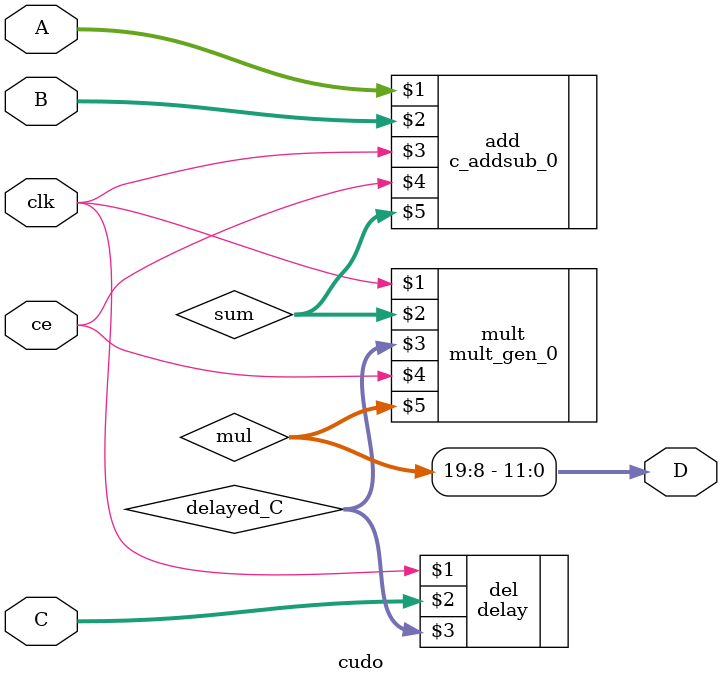
<source format=v>
`timescale 1ns / 1ps


module cudo(
        input clk,
        input ce,
        input[9:0] A,
        input[9:0] B,
        input[9:0] C,
        output[11:0] D
    );
    
    wire[10:0] sum;
    wire[20:0] mul;
    wire[9:0] delayed_C;
    
    c_addsub_0 add (A, B, clk, ce, sum); // latency 1
    delay#(10) del (clk, C, delayed_C);
    mult_gen_0 mult (clk, sum, delayed_C, ce, mul);     
    
    assign D = mul[20:20-12];
    
endmodule

</source>
